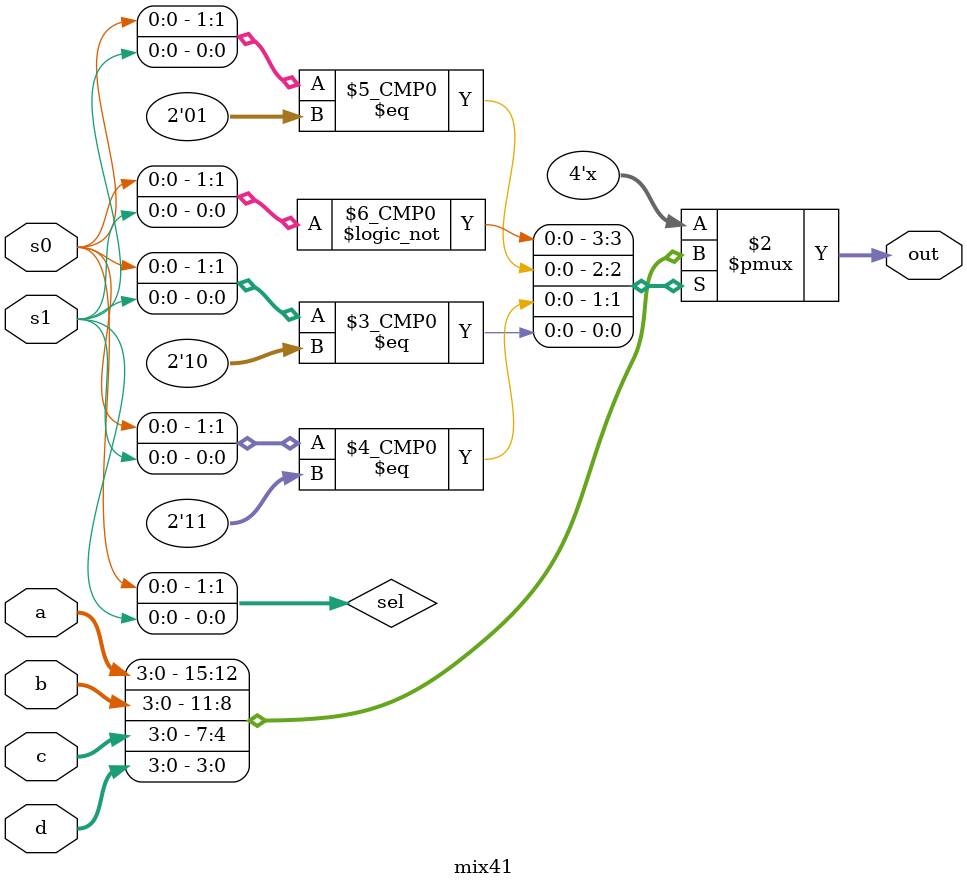
<source format=sv>
module mix41(out, a, b, c, d, s0, s1);
input logic [3:0] a, b, c, d;
input logic s0 ,s1;
output logic [3:0]out;
logic [1:0]sel;
assign sel={s0,s1};
always_comb
case(sel) 
 2'b00 : out = a;
 2'b01 : out = b;
 2'b11 : out = c;
 2'b10 : out = d;
 default: out = 0;
endcase
endmodule 

</source>
